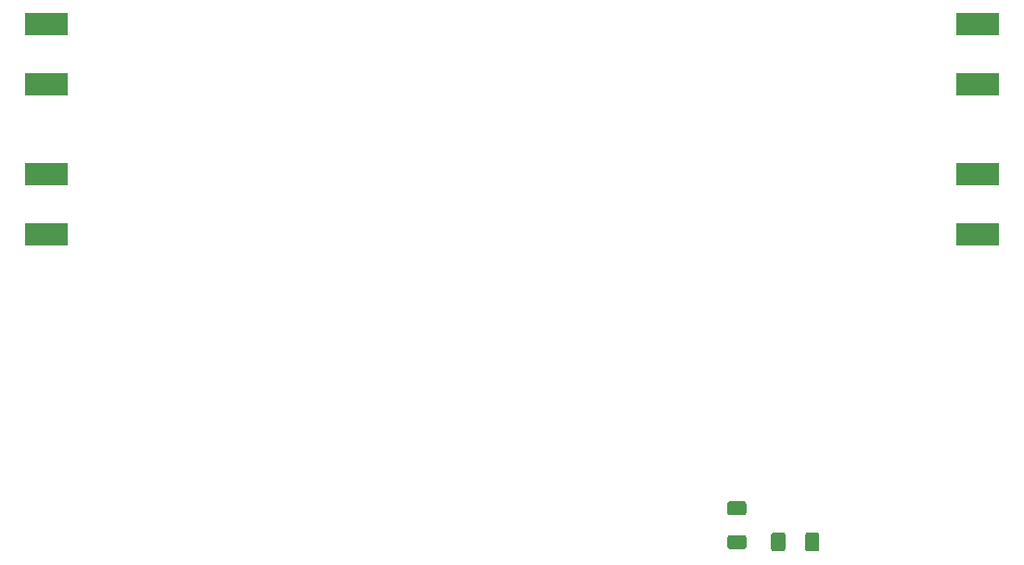
<source format=gbr>
%TF.GenerationSoftware,KiCad,Pcbnew,(5.1.10)-1*%
%TF.CreationDate,2021-06-15T00:02:20+02:00*%
%TF.ProjectId,TrackJet_H01,54726163-6b4a-4657-945f-4830312e6b69,rev?*%
%TF.SameCoordinates,Original*%
%TF.FileFunction,Paste,Bot*%
%TF.FilePolarity,Positive*%
%FSLAX46Y46*%
G04 Gerber Fmt 4.6, Leading zero omitted, Abs format (unit mm)*
G04 Created by KiCad (PCBNEW (5.1.10)-1) date 2021-06-15 00:02:20*
%MOMM*%
%LPD*%
G01*
G04 APERTURE LIST*
%ADD10R,4.000000X2.000000*%
G04 APERTURE END LIST*
%TO.C,R76*%
G36*
G01*
X71766000Y-78730001D02*
X71766000Y-77479999D01*
G75*
G02*
X72015999Y-77230000I249999J0D01*
G01*
X72816001Y-77230000D01*
G75*
G02*
X73066000Y-77479999I0J-249999D01*
G01*
X73066000Y-78730001D01*
G75*
G02*
X72816001Y-78980000I-249999J0D01*
G01*
X72015999Y-78980000D01*
G75*
G02*
X71766000Y-78730001I0J249999D01*
G01*
G37*
G36*
G01*
X68666000Y-78730001D02*
X68666000Y-77479999D01*
G75*
G02*
X68915999Y-77230000I249999J0D01*
G01*
X69716001Y-77230000D01*
G75*
G02*
X69966000Y-77479999I0J-249999D01*
G01*
X69966000Y-78730001D01*
G75*
G02*
X69716001Y-78980000I-249999J0D01*
G01*
X68915999Y-78980000D01*
G75*
G02*
X68666000Y-78730001I0J249999D01*
G01*
G37*
%TD*%
%TO.C,R77*%
G36*
G01*
X66157001Y-75681000D02*
X64906999Y-75681000D01*
G75*
G02*
X64657000Y-75431001I0J249999D01*
G01*
X64657000Y-74630999D01*
G75*
G02*
X64906999Y-74381000I249999J0D01*
G01*
X66157001Y-74381000D01*
G75*
G02*
X66407000Y-74630999I0J-249999D01*
G01*
X66407000Y-75431001D01*
G75*
G02*
X66157001Y-75681000I-249999J0D01*
G01*
G37*
G36*
G01*
X66157001Y-78781000D02*
X64906999Y-78781000D01*
G75*
G02*
X64657000Y-78531001I0J249999D01*
G01*
X64657000Y-77730999D01*
G75*
G02*
X64906999Y-77481000I249999J0D01*
G01*
X66157001Y-77481000D01*
G75*
G02*
X66407000Y-77730999I0J-249999D01*
G01*
X66407000Y-78531001D01*
G75*
G02*
X66157001Y-78781000I-249999J0D01*
G01*
G37*
%TD*%
D10*
%TO.C,U12*%
X87500000Y-44500000D03*
X87500000Y-50000000D03*
%TD*%
%TO.C,U11*%
X87500000Y-30750000D03*
X87500000Y-36250000D03*
%TD*%
%TO.C,U10*%
X2500000Y-44500000D03*
X2500000Y-50000000D03*
%TD*%
%TO.C,U9*%
X2500000Y-30750000D03*
X2500000Y-36250000D03*
%TD*%
M02*

</source>
